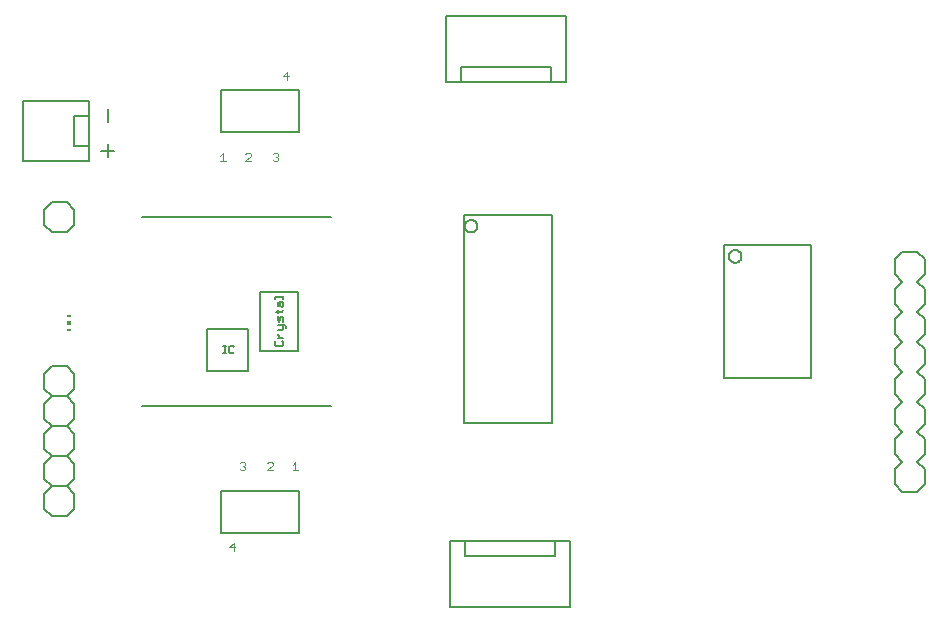
<source format=gto>
G75*
G70*
%OFA0B0*%
%FSLAX24Y24*%
%IPPOS*%
%LPD*%
%AMOC8*
5,1,8,0,0,1.08239X$1,22.5*
%
%ADD10C,0.0060*%
%ADD11C,0.0080*%
%ADD12C,0.0040*%
%ADD13R,0.0118X0.0059*%
%ADD14R,0.0118X0.0118*%
%ADD15C,0.0050*%
D10*
X001075Y003156D02*
X000825Y003406D01*
X000825Y003906D01*
X001075Y004156D01*
X000825Y004406D01*
X000825Y004906D01*
X001075Y005156D01*
X000825Y005406D01*
X000825Y005906D01*
X001075Y006156D01*
X000825Y006406D01*
X000825Y006906D01*
X001075Y007156D01*
X000825Y007406D01*
X000825Y007906D01*
X001075Y008156D01*
X001575Y008156D01*
X001825Y007906D01*
X001825Y007406D01*
X001575Y007156D01*
X001825Y006906D01*
X001825Y006406D01*
X001575Y006156D01*
X001075Y006156D01*
X001575Y006156D02*
X001825Y005906D01*
X001825Y005406D01*
X001575Y005156D01*
X001825Y004906D01*
X001825Y004406D01*
X001575Y004156D01*
X001825Y003906D01*
X001825Y003406D01*
X001575Y003156D01*
X001075Y003156D01*
X001075Y004156D02*
X001575Y004156D01*
X001575Y005156D02*
X001075Y005156D01*
X001075Y007156D02*
X001575Y007156D01*
X001575Y012636D02*
X001075Y012636D01*
X000825Y012886D01*
X000825Y013386D01*
X001075Y013636D01*
X001575Y013636D01*
X001825Y013386D01*
X001825Y012886D01*
X001575Y012636D01*
X002943Y015135D02*
X002943Y015562D01*
X002730Y015348D02*
X003157Y015348D01*
X002943Y016316D02*
X002943Y016743D01*
X014824Y013206D02*
X017748Y013206D01*
X017748Y006256D01*
X014824Y006256D01*
X014824Y013206D01*
X014836Y012836D02*
X014838Y012865D01*
X014844Y012893D01*
X014853Y012920D01*
X014867Y012945D01*
X014883Y012969D01*
X014903Y012989D01*
X014925Y013008D01*
X014949Y013022D01*
X014976Y013034D01*
X015003Y013042D01*
X015032Y013046D01*
X015060Y013046D01*
X015089Y013042D01*
X015116Y013034D01*
X015143Y013022D01*
X015167Y013008D01*
X015189Y012989D01*
X015209Y012969D01*
X015225Y012945D01*
X015239Y012920D01*
X015248Y012893D01*
X015254Y012865D01*
X015256Y012836D01*
X015254Y012807D01*
X015248Y012779D01*
X015239Y012752D01*
X015225Y012727D01*
X015209Y012703D01*
X015189Y012683D01*
X015167Y012664D01*
X015143Y012650D01*
X015116Y012638D01*
X015089Y012630D01*
X015060Y012626D01*
X015032Y012626D01*
X015003Y012630D01*
X014976Y012638D01*
X014949Y012650D01*
X014925Y012664D01*
X014903Y012683D01*
X014883Y012703D01*
X014867Y012727D01*
X014853Y012752D01*
X014844Y012779D01*
X014838Y012807D01*
X014836Y012836D01*
X023492Y012216D02*
X023492Y007766D01*
X026392Y007766D01*
X026392Y012216D01*
X023492Y012216D01*
X023642Y011826D02*
X023644Y011855D01*
X023650Y011883D01*
X023659Y011910D01*
X023673Y011935D01*
X023689Y011959D01*
X023709Y011979D01*
X023731Y011998D01*
X023755Y012012D01*
X023782Y012024D01*
X023809Y012032D01*
X023838Y012036D01*
X023866Y012036D01*
X023895Y012032D01*
X023922Y012024D01*
X023949Y012012D01*
X023973Y011998D01*
X023995Y011979D01*
X024015Y011959D01*
X024031Y011935D01*
X024045Y011910D01*
X024054Y011883D01*
X024060Y011855D01*
X024062Y011826D01*
X024060Y011797D01*
X024054Y011769D01*
X024045Y011742D01*
X024031Y011717D01*
X024015Y011693D01*
X023995Y011673D01*
X023973Y011654D01*
X023949Y011640D01*
X023922Y011628D01*
X023895Y011620D01*
X023866Y011616D01*
X023838Y011616D01*
X023809Y011620D01*
X023782Y011628D01*
X023755Y011640D01*
X023731Y011654D01*
X023709Y011673D01*
X023689Y011693D01*
X023673Y011717D01*
X023659Y011742D01*
X023650Y011769D01*
X023644Y011797D01*
X023642Y011826D01*
D11*
X029171Y011725D02*
X029171Y011225D01*
X029421Y010975D01*
X029171Y010725D01*
X029171Y010225D01*
X029421Y009975D01*
X029171Y009725D01*
X029171Y009225D01*
X029421Y008975D01*
X029171Y008725D01*
X029171Y008225D01*
X029421Y007975D01*
X029171Y007725D01*
X029171Y007225D01*
X029421Y006975D01*
X029171Y006725D01*
X029171Y006225D01*
X029421Y005975D01*
X029171Y005725D01*
X029171Y005225D01*
X029421Y004975D01*
X029171Y004725D01*
X029171Y004225D01*
X029421Y003975D01*
X029921Y003975D01*
X030171Y004225D01*
X030171Y004725D01*
X029921Y004975D01*
X030171Y005225D01*
X030171Y005725D01*
X029921Y005975D01*
X030171Y006225D01*
X030171Y006725D01*
X029921Y006975D01*
X030171Y007225D01*
X030171Y007725D01*
X029921Y007975D01*
X030171Y008225D01*
X030171Y008725D01*
X029921Y008975D01*
X030171Y009225D01*
X030171Y009725D01*
X029921Y009975D01*
X030171Y010225D01*
X030171Y010725D01*
X029921Y010975D01*
X030171Y011225D01*
X030171Y011725D01*
X029921Y011975D01*
X029421Y011975D01*
X029171Y011725D01*
X010384Y013132D02*
X004085Y013132D01*
X008022Y010632D02*
X009282Y010632D01*
X009282Y008664D01*
X008022Y008664D01*
X008022Y010632D01*
X007628Y009392D02*
X006250Y009392D01*
X006250Y008014D01*
X007628Y008014D01*
X007628Y009392D01*
X010384Y006833D02*
X004085Y006833D01*
X006728Y003994D02*
X009308Y003994D01*
X009308Y002594D01*
X006728Y002594D01*
X006728Y003994D01*
X006728Y015979D02*
X006728Y017379D01*
X009308Y017379D01*
X009308Y015979D01*
X006728Y015979D01*
D12*
X006772Y015280D02*
X006772Y014999D01*
X006679Y014999D02*
X006865Y014999D01*
X006679Y015186D02*
X006772Y015280D01*
X007530Y015229D02*
X007577Y015276D01*
X007670Y015276D01*
X007717Y015229D01*
X007717Y015182D01*
X007530Y014996D01*
X007717Y014996D01*
X008440Y015046D02*
X008487Y014999D01*
X008580Y014999D01*
X008627Y015046D01*
X008627Y015093D01*
X008580Y015139D01*
X008533Y015139D01*
X008580Y015139D02*
X008627Y015186D01*
X008627Y015233D01*
X008580Y015280D01*
X008487Y015280D01*
X008440Y015233D01*
X008928Y017699D02*
X008928Y017980D01*
X008788Y017839D01*
X008975Y017839D01*
X009196Y004974D02*
X009196Y004694D01*
X009103Y004694D02*
X009289Y004694D01*
X009103Y004880D02*
X009196Y004974D01*
X008438Y004931D02*
X008391Y004977D01*
X008298Y004977D01*
X008251Y004931D01*
X008438Y004931D02*
X008438Y004884D01*
X008251Y004697D01*
X008438Y004697D01*
X007528Y004740D02*
X007481Y004694D01*
X007388Y004694D01*
X007341Y004740D01*
X007435Y004834D02*
X007481Y004834D01*
X007528Y004787D01*
X007528Y004740D01*
X007481Y004834D02*
X007528Y004880D01*
X007528Y004927D01*
X007481Y004974D01*
X007388Y004974D01*
X007341Y004927D01*
X007133Y002274D02*
X006993Y002134D01*
X007180Y002134D01*
X007133Y001994D02*
X007133Y002274D01*
D13*
X001660Y009356D03*
X001660Y009829D03*
D14*
X001660Y009593D03*
D15*
X006787Y008855D02*
X006875Y008855D01*
X006831Y008855D02*
X006831Y008590D01*
X006787Y008590D02*
X006875Y008590D01*
X006980Y008634D02*
X007025Y008590D01*
X007113Y008590D01*
X007157Y008634D01*
X006980Y008634D02*
X006980Y008811D01*
X007025Y008855D01*
X007113Y008855D01*
X007157Y008811D01*
X008519Y008871D02*
X008563Y008826D01*
X008740Y008826D01*
X008784Y008871D01*
X008784Y008959D01*
X008740Y009003D01*
X008696Y009116D02*
X008607Y009205D01*
X008607Y009249D01*
X008607Y009358D02*
X008740Y009358D01*
X008784Y009402D01*
X008784Y009535D01*
X008828Y009535D02*
X008873Y009491D01*
X008873Y009446D01*
X008828Y009535D02*
X008607Y009535D01*
X008652Y009648D02*
X008607Y009692D01*
X008607Y009825D01*
X008696Y009781D02*
X008696Y009692D01*
X008652Y009648D01*
X008784Y009648D02*
X008784Y009781D01*
X008740Y009825D01*
X008696Y009781D01*
X008607Y009938D02*
X008607Y010026D01*
X008563Y009982D02*
X008740Y009982D01*
X008784Y010026D01*
X008740Y010131D02*
X008696Y010176D01*
X008696Y010308D01*
X008652Y010308D02*
X008784Y010308D01*
X008784Y010176D01*
X008740Y010131D01*
X008607Y010176D02*
X008607Y010264D01*
X008652Y010308D01*
X008784Y010421D02*
X008784Y010510D01*
X008784Y010466D02*
X008519Y010466D01*
X008519Y010421D01*
X008607Y009116D02*
X008784Y009116D01*
X008563Y009003D02*
X008519Y008959D01*
X008519Y008871D01*
X002325Y014998D02*
X000125Y014998D01*
X000125Y016998D01*
X002325Y016998D01*
X002325Y016498D01*
X001825Y016498D01*
X001825Y015498D01*
X002325Y015498D01*
X002325Y014998D01*
X002325Y015498D02*
X002325Y016498D01*
X014211Y017648D02*
X014211Y019848D01*
X018211Y019848D01*
X018211Y017648D01*
X017711Y017648D01*
X017711Y018148D01*
X014711Y018148D01*
X014711Y017648D01*
X014211Y017648D01*
X014711Y017648D02*
X017711Y017648D01*
X017860Y002325D02*
X014860Y002325D01*
X014860Y001825D01*
X017860Y001825D01*
X017860Y002325D01*
X018360Y002325D01*
X018360Y000125D01*
X014360Y000125D01*
X014360Y002325D01*
X014860Y002325D01*
M02*

</source>
